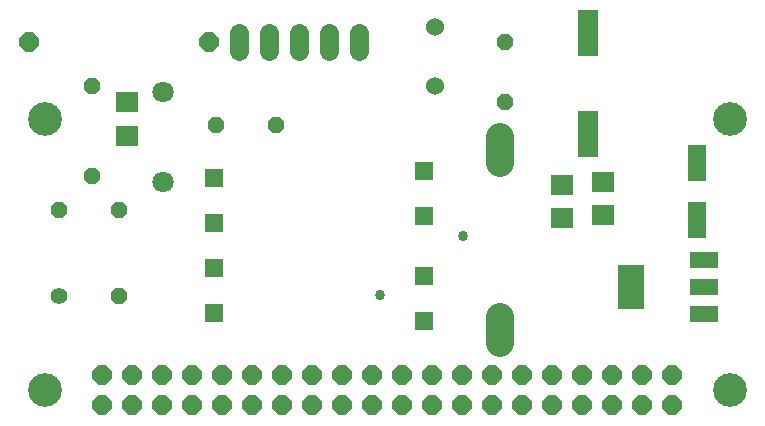
<source format=gbr>
G04 EAGLE Gerber RS-274X export*
G75*
%MOMM*%
%FSLAX34Y34*%
%LPD*%
%INSoldermask Top*%
%IPPOS*%
%AMOC8*
5,1,8,0,0,1.08239X$1,22.5*%
G01*
%ADD10C,2.851600*%
%ADD11P,1.539592X8X22.500000*%
%ADD12C,1.422400*%
%ADD13C,1.801600*%
%ADD14R,1.904600X1.701600*%
%ADD15P,1.539592X8X292.500000*%
%ADD16C,1.609600*%
%ADD17P,1.759533X8X202.500000*%
%ADD18P,1.539592X8X112.500000*%
%ADD19C,2.349500*%
%ADD20R,1.701600X4.001600*%
%ADD21R,1.501600X3.101600*%
%ADD22C,1.524000*%
%ADD23R,1.609600X1.609600*%
%ADD24R,2.336600X1.320600*%
%ADD25R,2.301600X3.701600*%
%ADD26C,0.858000*%


D10*
X615000Y35000D03*
X35000Y35000D03*
X615000Y265000D03*
X35000Y265000D03*
D11*
X97900Y115000D03*
D12*
X47100Y115000D03*
D13*
X135000Y288100D03*
X135000Y211900D03*
D14*
X105000Y250780D03*
X105000Y279220D03*
D15*
X75000Y293100D03*
X75000Y216900D03*
D11*
X47100Y187500D03*
X97900Y187500D03*
D16*
X300800Y322460D02*
X300800Y337540D01*
X275400Y337540D02*
X275400Y322460D01*
X250000Y322460D02*
X250000Y337540D01*
X224600Y337540D02*
X224600Y322460D01*
X199200Y322460D02*
X199200Y337540D01*
D17*
X173700Y330000D03*
X21300Y330000D03*
D11*
X179600Y260000D03*
X230400Y260000D03*
D18*
X425000Y279600D03*
X425000Y330400D03*
D19*
X420000Y97540D02*
X420000Y75061D01*
X420000Y227461D02*
X420000Y249940D01*
D20*
X495000Y337500D03*
X495000Y252500D03*
D21*
X587000Y227500D03*
X587000Y179500D03*
D22*
X365000Y342500D03*
X365000Y292500D03*
D23*
X178000Y214800D03*
X178000Y176700D03*
X178000Y138600D03*
X178000Y100500D03*
X355800Y94150D03*
X355800Y132250D03*
X355800Y183050D03*
X355800Y221150D03*
D17*
X566300Y47700D03*
X566300Y22300D03*
X540900Y47700D03*
X540900Y22300D03*
X515500Y47700D03*
X515500Y22300D03*
X490100Y47700D03*
X490100Y22300D03*
X464700Y47700D03*
X464700Y22300D03*
X439300Y47700D03*
X439300Y22300D03*
X413900Y47700D03*
X413900Y22300D03*
X388500Y47700D03*
X388500Y22300D03*
X363100Y47700D03*
X363100Y22300D03*
X337700Y47700D03*
X337700Y22300D03*
X312300Y47700D03*
X312300Y22300D03*
X286900Y47700D03*
X286900Y22300D03*
X261500Y47700D03*
X261500Y22300D03*
X236100Y47700D03*
X236100Y22300D03*
X210700Y47700D03*
X210700Y22300D03*
X185300Y47700D03*
X185300Y22300D03*
X159900Y47700D03*
X159900Y22300D03*
X134500Y47700D03*
X134500Y22300D03*
X109100Y47700D03*
X109100Y22300D03*
X83700Y47700D03*
X83700Y22300D03*
D14*
X507500Y211720D03*
X507500Y183280D03*
X472500Y180780D03*
X472500Y209220D03*
D24*
X593490Y99390D03*
X593490Y122500D03*
X593490Y145610D03*
D25*
X531510Y122500D03*
D26*
X389128Y165608D03*
X319024Y115824D03*
M02*

</source>
